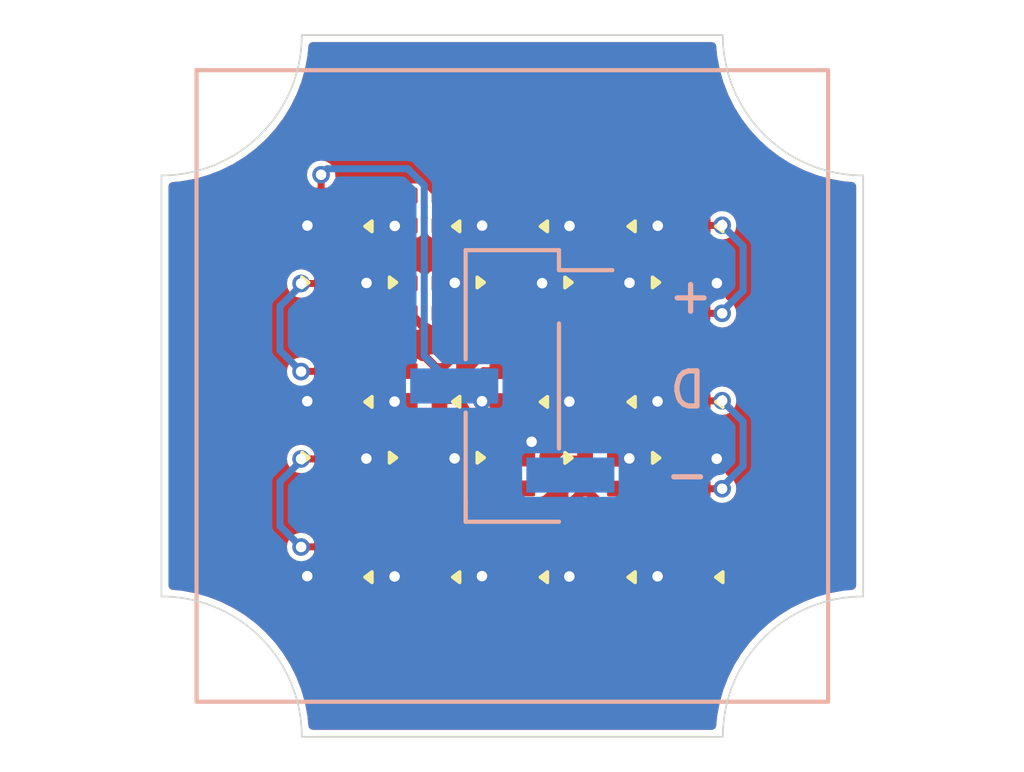
<source format=kicad_pcb>
(kicad_pcb (version 20240108) (generator "pcbnew") (generator_version "8.0")
  (layers (0 "F.Cu" signal) (1 "In1.Cu" signal) (2 "In2.Cu" signal) (31 "B.Cu" signal) (34 "B.Paste" user) (35 "F.Paste" user) (36 "B.SilkS" user "B.Silkscreen") (37 "F.SilkS" user "F.Silkscreen") (38 "B.Mask" user) (39 "F.Mask" user) (44 "Edge.Cuts" user))
  (net 0 "")
  (net 1 "GND")
  (net 2 "+5V")
  (net 3 "Net-(D1-DIN)")
  (net 4 "Net-(D1-DOUT)")
  (net 5 "Net-(D2-DOUT)")
  (net 6 "Net-(D3-DOUT)")
  (net 7 "Net-(D4-DOUT)")
  (net 8 "Net-(D5-DOUT)")
  (net 9 "Net-(D6-DOUT)")
  (net 10 "Net-(D7-DOUT)")
  (net 11 "Net-(D8-DOUT)")
  (net 12 "Net-(D10-DIN)")
  (net 13 "Net-(D10-DOUT)")
  (net 14 "Net-(D11-DOUT)")
  (net 15 "Net-(D12-DOUT)")
  (net 16 "Net-(D13-DOUT)")
  (net 17 "Net-(D14-DOUT)")
  (net 18 "Net-(D15-DOUT)")
  (net 19 "Net-(D16-DOUT)")
  (net 20 "Net-(D17-DOUT)")
  (net 21 "Net-(D18-DOUT)")
  (net 22 "Net-(D19-DOUT)")
  (net 23 "Net-(D20-DOUT)")
  (net 24 "Net-(D21-DOUT)")
  (net 25 "Net-(D22-DOUT)")
  (net 26 "Net-(D23-DOUT)")
  (net 28 "Net-(D24-DOUT)")
  (footprint "Pixels-dice:XL-1010RGBC-WS2812B" (layer "F.Cu") (at 127.5 75 180)
    (property "Reference" "D2" (hide yes))
    (property "Value" "XL-1010RGBC-WS2812B")
    (fp_poly (pts (xy -0.8 -0.45) (xy -1 -0.6) (xy -1 -0.3)) (stroke (width 0.1)) (fill solid) (layer "F.SilkS"))
    (pad "1" smd roundrect (at -0.425 -0.425 180) (size 0.45 0.45) (layers "F.Cu" "F.Paste" "F.Mask") (roundrect_rratio 0.1) (net 5 "Net-(D2-DOUT)"))
    (pad "2" smd roundrect (at 0.425 -0.425 180) (size 0.45 0.45) (layers "F.Cu" "F.Paste" "F.Mask") (roundrect_rratio 0.1) (net 2 "+5V"))
    (pad "3" smd roundrect (at -0.425 0.425 180) (size 0.45 0.45) (layers "F.Cu" "F.Paste" "F.Mask") (roundrect_rratio 0.1) (net 1 "GND"))
    (pad "4" smd roundrect (at 0.425 0.425 180) (size 0.45 0.45) (layers "F.Cu" "F.Paste" "F.Mask") (roundrect_rratio 0.1) (net 4 "Net-(D1-DOUT)"))
  )
  (footprint "Pixels-dice:XL-1010RGBC-WS2812B" (layer "F.Cu") (at 130 82.495)
    (property "Reference" "D18" (hide yes))
    (property "Value" "XL-1010RGBC-WS2812B")
    (fp_poly (pts (xy -0.8 -0.45) (xy -1 -0.6) (xy -1 -0.3)) (stroke (width 0.1)) (fill solid) (layer "F.SilkS"))
    (pad "1" smd roundrect (at -0.425 -0.425) (size 0.45 0.45) (layers "F.Cu" "F.Paste" "F.Mask") (roundrect_rratio 0.1) (net 21 "Net-(D18-DOUT)"))
    (pad "2" smd roundrect (at 0.425 -0.425) (size 0.45 0.45) (layers "F.Cu" "F.Paste" "F.Mask") (roundrect_rratio 0.1) (net 2 "+5V"))
    (pad "3" smd roundrect (at -0.425 0.425) (size 0.45 0.45) (layers "F.Cu" "F.Paste" "F.Mask") (roundrect_rratio 0.1) (net 1 "GND"))
    (pad "4" smd roundrect (at 0.425 0.425) (size 0.45 0.45) (layers "F.Cu" "F.Paste" "F.Mask") (roundrect_rratio 0.1) (net 20 "Net-(D17-DOUT)"))
  )
  (footprint "Pixels-dice:XL-1010RGBC-WS2812B" (layer "F.Cu") (at 132.5 75 180)
    (property "Reference" "D4" (hide yes))
    (property "Value" "XL-1010RGBC-WS2812B")
    (fp_poly (pts (xy -0.8 -0.45) (xy -1 -0.6) (xy -1 -0.3)) (stroke (width 0.1)) (fill solid) (layer "F.SilkS"))
    (pad "1" smd roundrect (at -0.425 -0.425 180) (size 0.45 0.45) (layers "F.Cu" "F.Paste" "F.Mask") (roundrect_rratio 0.1) (net 7 "Net-(D4-DOUT)"))
    (pad "2" smd roundrect (at 0.425 -0.425 180) (size 0.45 0.45) (layers "F.Cu" "F.Paste" "F.Mask") (roundrect_rratio 0.1) (net 2 "+5V"))
    (pad "3" smd roundrect (at -0.425 0.425 180) (size 0.45 0.45) (layers "F.Cu" "F.Paste" "F.Mask") (roundrect_rratio 0.1) (net 1 "GND"))
    (pad "4" smd roundrect (at 0.425 0.425 180) (size 0.45 0.45) (layers "F.Cu" "F.Paste" "F.Mask") (roundrect_rratio 0.1) (net 6 "Net-(D3-DOUT)"))
  )
  (footprint "Pixels-dice:XL-1010RGBC-WS2812B" (layer "F.Cu") (at 127.5 80 180)
    (property "Reference" "D12" (hide yes))
    (property "Value" "XL-1010RGBC-WS2812B")
    (fp_poly (pts (xy -0.8 -0.45) (xy -1 -0.6) (xy -1 -0.3)) (stroke (width 0.1)) (fill solid) (layer "F.SilkS"))
    (pad "1" smd roundrect (at -0.425 -0.425 180) (size 0.45 0.45) (layers "F.Cu" "F.Paste" "F.Mask") (roundrect_rratio 0.1) (net 15 "Net-(D12-DOUT)"))
    (pad "2" smd roundrect (at 0.425 -0.425 180) (size 0.45 0.45) (layers "F.Cu" "F.Paste" "F.Mask") (roundrect_rratio 0.1) (net 2 "+5V"))
    (pad "3" smd roundrect (at -0.425 0.425 180) (size 0.45 0.45) (layers "F.Cu" "F.Paste" "F.Mask") (roundrect_rratio 0.1) (net 1 "GND"))
    (pad "4" smd roundrect (at 0.425 0.425 180) (size 0.45 0.45) (layers "F.Cu" "F.Paste" "F.Mask") (roundrect_rratio 0.1) (net 14 "Net-(D11-DOUT)"))
  )
  (footprint "Pixels-dice:XL-1010RGBC-WS2812B" (layer "F.Cu") (at 130 80.005 180)
    (property "Reference" "D13" (hide yes))
    (property "Value" "XL-1010RGBC-WS2812B")
    (fp_poly (pts (xy -0.8 -0.45) (xy -1 -0.6) (xy -1 -0.3)) (stroke (width 0.1)) (fill solid) (layer "F.SilkS"))
    (pad "1" smd roundrect (at -0.425 -0.425 180) (size 0.45 0.45) (layers "F.Cu" "F.Paste" "F.Mask") (roundrect_rratio 0.1) (net 16 "Net-(D13-DOUT)"))
    (pad "2" smd roundrect (at 0.425 -0.425 180) (size 0.45 0.45) (layers "F.Cu" "F.Paste" "F.Mask") (roundrect_rratio 0.1) (net 2 "+5V"))
    (pad "3" smd roundrect (at -0.425 0.425 180) (size 0.45 0.45) (layers "F.Cu" "F.Paste" "F.Mask") (roundrect_rratio 0.1) (net 1 "GND"))
    (pad "4" smd roundrect (at 0.425 0.425 180) (size 0.45 0.45) (layers "F.Cu" "F.Paste" "F.Mask") (roundrect_rratio 0.1) (net 15 "Net-(D12-DOUT)"))
  )
  (footprint "Pixels-dice:XL-1010RGBC-WS2812B" (layer "F.Cu") (at 127.5 85 180)
    (property "Reference" "D22" (hide yes))
    (property "Value" "XL-1010RGBC-WS2812B")
    (fp_poly (pts (xy -0.8 -0.45) (xy -1 -0.6) (xy -1 -0.3)) (stroke (width 0.1)) (fill solid) (layer "F.SilkS"))
    (pad "1" smd roundrect (at -0.425 -0.425 180) (size 0.45 0.45) (layers "F.Cu" "F.Paste" "F.Mask") (roundrect_rratio 0.1) (net 25 "Net-(D22-DOUT)"))
    (pad "2" smd roundrect (at 0.425 -0.425 180) (size 0.45 0.45) (layers "F.Cu" "F.Paste" "F.Mask") (roundrect_rratio 0.1) (net 2 "+5V"))
    (pad "3" smd roundrect (at -0.425 0.425 180) (size 0.45 0.45) (layers "F.Cu" "F.Paste" "F.Mask") (roundrect_rratio 0.1) (net 1 "GND"))
    (pad "4" smd roundrect (at 0.425 0.425 180) (size 0.45 0.45) (layers "F.Cu" "F.Paste" "F.Mask") (roundrect_rratio 0.1) (net 24 "Net-(D21-DOUT)"))
  )
  (footprint "Pixels-dice:XL-1010RGBC-WS2812B" (layer "F.Cu") (at 134.995 77.5)
    (property "Reference" "D6" (hide yes))
    (property "Value" "XL-1010RGBC-WS2812B")
    (fp_poly (pts (xy -0.8 -0.45) (xy -1 -0.6) (xy -1 -0.3)) (stroke (width 0.1)) (fill solid) (layer "F.SilkS"))
    (pad "1" smd roundrect (at -0.425 -0.425) (size 0.45 0.45) (layers "F.Cu" "F.Paste" "F.Mask") (roundrect_rratio 0.1) (net 9 "Net-(D6-DOUT)"))
    (pad "2" smd roundrect (at 0.425 -0.425) (size 0.45 0.45) (layers "F.Cu" "F.Paste" "F.Mask") (roundrect_rratio 0.1) (net 2 "+5V"))
    (pad "3" smd roundrect (at -0.425 0.425) (size 0.45 0.45) (layers "F.Cu" "F.Paste" "F.Mask") (roundrect_rratio 0.1) (net 1 "GND"))
    (pad "4" smd roundrect (at 0.425 0.425) (size 0.45 0.45) (layers "F.Cu" "F.Paste" "F.Mask") (roundrect_rratio 0.1) (net 8 "Net-(D5-DOUT)"))
  )
  (footprint "Pixels-dice:XL-1010RGBC-WS2812B" (layer "F.Cu") (at 125 80.005 180)
    (property "Reference" "D11" (hide yes))
    (property "Value" "XL-1010RGBC-WS2812B")
    (fp_poly (pts (xy -0.8 -0.45) (xy -1 -0.6) (xy -1 -0.3)) (stroke (width 0.1)) (fill solid) (layer "F.SilkS"))
    (pad "1" smd roundrect (at -0.425 -0.425 180) (size 0.45 0.45) (layers "F.Cu" "F.Paste" "F.Mask") (roundrect_rratio 0.1) (net 14 "Net-(D11-DOUT)"))
    (pad "2" smd roundrect (at 0.425 -0.425 180) (size 0.45 0.45) (layers "F.Cu" "F.Paste" "F.Mask") (roundrect_rratio 0.1) (net 2 "+5V"))
    (pad "3" smd roundrect (at -0.425 0.425 180) (size 0.45 0.45) (layers "F.Cu" "F.Paste" "F.Mask") (roundrect_rratio 0.1) (net 1 "GND"))
    (pad "4" smd roundrect (at 0.425 0.425 180) (size 0.45 0.45) (layers "F.Cu" "F.Paste" "F.Mask") (roundrect_rratio 0.1) (net 13 "Net-(D10-DOUT)"))
  )
  (footprint "Pixels-dice:XL-1010RGBC-WS2812B" (layer "F.Cu") (at 125 85 180)
    (property "Reference" "D21" (hide yes))
    (property "Value" "XL-1010RGBC-WS2812B")
    (fp_poly (pts (xy -0.8 -0.45) (xy -1 -0.6) (xy -1 -0.3)) (stroke (width 0.1)) (fill solid) (layer "F.SilkS"))
    (pad "1" smd roundrect (at -0.425 -0.425 180) (size 0.45 0.45) (layers "F.Cu" "F.Paste" "F.Mask") (roundrect_rratio 0.1) (net 24 "Net-(D21-DOUT)"))
    (pad "2" smd roundrect (at 0.425 -0.425 180) (size 0.45 0.45) (layers "F.Cu" "F.Paste" "F.Mask") (roundrect_rratio 0.1) (net 2 "+5V"))
    (pad "3" smd roundrect (at -0.425 0.425 180) (size 0.45 0.45) (layers "F.Cu" "F.Paste" "F.Mask") (roundrect_rratio 0.1) (net 1 "GND"))
    (pad "4" smd roundrect (at 0.425 0.425 180) (size 0.45 0.45) (layers "F.Cu" "F.Paste" "F.Mask") (roundrect_rratio 0.1) (net 23 "Net-(D20-DOUT)"))
  )
  (footprint "Pixels-dice:XL-1010RGBC-WS2812B" (layer "F.Cu") (at 132.5 80.005 180)
    (property "Reference" "D14" (hide yes))
    (property "Value" "XL-1010RGBC-WS2812B")
    (fp_poly (pts (xy -0.8 -0.45) (xy -1 -0.6) (xy -1 -0.3)) (stroke (width 0.1)) (fill solid) (layer "F.SilkS"))
    (pad "1" smd roundrect (at -0.425 -0.425 180) (size 0.45 0.45) (layers "F.Cu" "F.Paste" "F.Mask") (roundrect_rratio 0.1) (net 17 "Net-(D14-DOUT)"))
    (pad "2" smd roundrect (at 0.425 -0.425 180) (size 0.45 0.45) (layers "F.Cu" "F.Paste" "F.Mask") (roundrect_rratio 0.1) (net 2 "+5V"))
    (pad "3" smd roundrect (at -0.425 0.425 180) (size 0.45 0.45) (layers "F.Cu" "F.Paste" "F.Mask") (roundrect_rratio 0.1) (net 1 "GND"))
    (pad "4" smd roundrect (at 0.425 0.425 180) (size 0.45 0.45) (layers "F.Cu" "F.Paste" "F.Mask") (roundrect_rratio 0.1) (net 16 "Net-(D13-DOUT)"))
  )
  (footprint "Pixels-dice:XL-1010RGBC-WS2812B" (layer "F.Cu") (at 132.5 77.5)
    (property "Reference" "D7" (hide yes))
    (property "Value" "XL-1010RGBC-WS2812B")
    (fp_poly (pts (xy -0.8 -0.45) (xy -1 -0.6) (xy -1 -0.3)) (stroke (width 0.1)) (fill solid) (layer "F.SilkS"))
    (pad "1" smd roundrect (at -0.425 -0.425) (size 0.45 0.45) (layers "F.Cu" "F.Paste" "F.Mask") (roundrect_rratio 0.1) (net 10 "Net-(D7-DOUT)"))
    (pad "2" smd roundrect (at 0.425 -0.425) (size 0.45 0.45) (layers "F.Cu" "F.Paste" "F.Mask") (roundrect_rratio 0.1) (net 2 "+5V"))
    (pad "3" smd roundrect (at -0.425 0.425) (size 0.45 0.45) (layers "F.Cu" "F.Paste" "F.Mask") (roundrect_rratio 0.1) (net 1 "GND"))
    (pad "4" smd roundrect (at 0.425 0.425) (size 0.45 0.45) (layers "F.Cu" "F.Paste" "F.Mask") (roundrect_rratio 0.1) (net 9 "Net-(D6-DOUT)"))
  )
  (footprint "Pixels-dice:XL-1010RGBC-WS2812B" (layer "F.Cu") (at 132.5 82.5)
    (property "Reference" "D17" (hide yes))
    (property "Value" "XL-1010RGBC-WS2812B")
    (fp_poly (pts (xy -0.8 -0.45) (xy -1 -0.6) (xy -1 -0.3)) (stroke (width 0.1)) (fill solid) (layer "F.SilkS"))
    (pad "1" smd roundrect (at -0.425 -0.425) (size 0.45 0.45) (layers "F.Cu" "F.Paste" "F.Mask") (roundrect_rratio 0.1) (net 20 "Net-(D17-DOUT)"))
    (pad "2" smd roundrect (at 0.425 -0.425) (size 0.45 0.45) (layers "F.Cu" "F.Paste" "F.Mask") (roundrect_rratio 0.1) (net 2 "+5V"))
    (pad "3" smd roundrect (at -0.425 0.425) (size 0.45 0.45) (layers "F.Cu" "F.Paste" "F.Mask") (roundrect_rratio 0.1) (net 1 "GND"))
    (pad "4" smd roundrect (at 0.425 0.425) (size 0.45 0.45) (layers "F.Cu" "F.Paste" "F.Mask") (roundrect_rratio 0.1) (net 19 "Net-(D16-DOUT)"))
  )
  (footprint "Pixels-dice:XL-1010RGBC-WS2812B" (layer "F.Cu") (at 125.005 82.495)
    (property "Reference" "D20" (hide yes))
    (property "Value" "XL-1010RGBC-WS2812B")
    (fp_poly (pts (xy -0.8 -0.45) (xy -1 -0.6) (xy -1 -0.3)) (stroke (width 0.1)) (fill solid) (layer "F.SilkS"))
    (pad "1" smd roundrect (at -0.425 -0.425) (size 0.45 0.45) (layers "F.Cu" "F.Paste" "F.Mask") (roundrect_rratio 0.1) (net 23 "Net-(D20-DOUT)"))
    (pad "2" smd roundrect (at 0.425 -0.425) (size 0.45 0.45) (layers "F.Cu" "F.Paste" "F.Mask") (roundrect_rratio 0.1) (net 2 "+5V"))
    (pad "3" smd roundrect (at -0.425 0.425) (size 0.45 0.45) (layers "F.Cu" "F.Paste" "F.Mask") (roundrect_rratio 0.1) (net 1 "GND"))
    (pad "4" smd roundrect (at 0.425 0.425) (size 0.45 0.45) (layers "F.Cu" "F.Paste" "F.Mask") (roundrect_rratio 0.1) (net 22 "Net-(D19-DOUT)"))
  )
  (footprint "Pixels-dice:XL-1010RGBC-WS2812B" (layer "F.Cu") (at 125 75 180)
    (property "Reference" "D1" (hide yes))
    (property "Value" "XL-1010RGBC-WS2812B")
    (fp_poly (pts (xy -0.8 -0.45) (xy -1 -0.6) (xy -1 -0.3)) (stroke (width 0.1)) (fill solid) (layer "F.SilkS"))
    (pad "1" smd roundrect (at -0.425 -0.425 180) (size 0.45 0.45) (layers "F.Cu" "F.Paste" "F.Mask") (roundrect_rratio 0.1) (net 4 "Net-(D1-DOUT)"))
    (pad "2" smd roundrect (at 0.425 -0.425 180) (size 0.45 0.45) (layers "F.Cu" "F.Paste" "F.Mask") (roundrect_rratio 0.1) (net 2 "+5V"))
    (pad "3" smd roundrect (at -0.425 0.425 180) (size 0.45 0.45) (layers "F.Cu" "F.Paste" "F.Mask") (roundrect_rratio 0.1) (net 1 "GND"))
    (pad "4" smd roundrect (at 0.425 0.425 180) (size 0.45 0.45) (layers "F.Cu" "F.Paste" "F.Mask") (roundrect_rratio 0.1) (net 3 "Net-(D1-DIN)"))
  )
  (footprint "Pixels-dice:XL-1010RGBC-WS2812B" (layer "F.Cu") (at 130 75 180)
    (property "Reference" "D3" (hide yes))
    (property "Value" "XL-1010RGBC-WS2812B")
    (fp_poly (pts (xy -0.8 -0.45) (xy -1 -0.6) (xy -1 -0.3)) (stroke (width 0.1)) (fill solid) (layer "F.SilkS"))
    (pad "1" smd roundrect (at -0.425 -0.425 180) (size 0.45 0.45) (layers "F.Cu" "F.Paste" "F.Mask") (roundrect_rratio 0.1) (net 6 "Net-(D3-DOUT)"))
    (pad "2" smd roundrect (at 0.425 -0.425 180) (size 0.45 0.45) (layers "F.Cu" "F.Paste" "F.Mask") (roundrect_rratio 0.1) (net 2 "+5V"))
    (pad "3" smd roundrect (at -0.425 0.425 180) (size 0.45 0.45) (layers "F.Cu" "F.Paste" "F.Mask") (roundrect_rratio 0.1) (net 1 "GND"))
    (pad "4" smd roundrect (at 0.425 0.425 180) (size 0.45 0.45) (layers "F.Cu" "F.Paste" "F.Mask") (roundrect_rratio 0.1) (net 5 "Net-(D2-DOUT)"))
  )
  (footprint "Pixels-dice:XL-1010RGBC-WS2812B" (layer "F.Cu") (at 127.5 82.495)
    (property "Reference" "D19" (hide yes))
    (property "Value" "XL-1010RGBC-WS2812B")
    (fp_poly (pts (xy -0.8 -0.45) (xy -1 -0.6) (xy -1 -0.3)) (stroke (width 0.1)) (fill solid) (layer "F.SilkS"))
    (pad "1" smd roundrect (at -0.425 -0.425) (size 0.45 0.45) (layers "F.Cu" "F.Paste" "F.Mask") (roundrect_rratio 0.1) (net 22 "Net-(D19-DOUT)"))
    (pad "2" smd roundrect (at 0.425 -0.425) (size 0.45 0.45) (layers "F.Cu" "F.Paste" "F.Mask") (roundrect_rratio 0.1) (net 2 "+5V"))
    (pad "3" smd roundrect (at -0.425 0.425) (size 0.45 0.45) (layers "F.Cu" "F.Paste" "F.Mask") (roundrect_rratio 0.1) (net 1 "GND"))
    (pad "4" smd roundrect (at 0.425 0.425) (size 0.45 0.45) (layers "F.Cu" "F.Paste" "F.Mask") (roundrect_rratio 0.1) (net 21 "Net-(D18-DOUT)"))
  )
  (footprint "Pixels-dice:XL-1010RGBC-WS2812B" (layer "F.Cu") (at 132.5 85 180)
    (property "Reference" "D24" (hide yes))
    (property "Value" "XL-1010RGBC-WS2812B")
    (fp_poly (pts (xy -0.8 -0.45) (xy -1 -0.6) (xy -1 -0.3)) (stroke (width 0.1)) (fill solid) (layer "F.SilkS"))
    (pad "1" smd roundrect (at -0.425 -0.425 180) (size 0.45 0.45) (layers "F.Cu" "F.Paste" "F.Mask") (roundrect_rratio 0.1) (net 28 "Net-(D24-DOUT)"))
    (pad "2" smd roundrect (at 0.425 -0.425 180) (size 0.45 0.45) (layers "F.Cu" "F.Paste" "F.Mask") (roundrect_rratio 0.1) (net 2 "+5V"))
    (pad "3" smd roundrect (at -0.425 0.425 180) (size 0.45 0.45) (layers "F.Cu" "F.Paste" "F.Mask") (roundrect_rratio 0.1) (net 1 "GND"))
    (pad "4" smd roundrect (at 0.425 0.425 180) (size 0.45 0.45) (layers "F.Cu" "F.Paste" "F.Mask") (roundrect_rratio 0.1) (net 26 "Net-(D23-DOUT)"))
  )
  (footprint "Pixels-dice:XL-1010RGBC-WS2812B" (layer "F.Cu") (at 135 80.005 180)
    (property "Reference" "D15" (hide yes))
    (property "Value" "XL-1010RGBC-WS2812B")
    (fp_poly (pts (xy -0.8 -0.45) (xy -1 -0.6) (xy -1 -0.3)) (stroke (width 0.1)) (fill solid) (layer "F.SilkS"))
    (pad "1" smd roundrect (at -0.425 -0.425 180) (size 0.45 0.45) (layers "F.Cu" "F.Paste" "F.Mask") (roundrect_rratio 0.1) (net 18 "Net-(D15-DOUT)"))
    (pad "2" smd roundrect (at 0.425 -0.425 180) (size 0.45 0.45) (layers "F.Cu" "F.Paste" "F.Mask") (roundrect_rratio 0.1) (net 2 "+5V"))
    (pad "3" smd roundrect (at -0.425 0.425 180) (size 0.45 0.45) (layers "F.Cu" "F.Paste" "F.Mask") (roundrect_rratio 0.1) (net 1 "GND"))
    (pad "4" smd roundrect (at 0.425 0.425 180) (size 0.45 0.45) (layers "F.Cu" "F.Paste" "F.Mask") (roundrect_rratio 0.1) (net 17 "Net-(D14-DOUT)"))
  )
  (footprint "Pixels-dice:XL-1010RGBC-WS2812B" (layer "F.Cu") (at 135 75 180)
    (property "Reference" "D5" (hide yes))
    (property "Value" "XL-1010RGBC-WS2812B")
    (fp_poly (pts (xy -0.8 -0.45) (xy -1 -0.6) (xy -1 -0.3)) (stroke (width 0.1)) (fill solid) (layer "F.SilkS"))
    (pad "1" smd roundrect (at -0.425 -0.425 180) (size 0.45 0.45) (layers "F.Cu" "F.Paste" "F.Mask") (roundrect_rratio 0.1) (net 8 "Net-(D5-DOUT)"))
    (pad "2" smd roundrect (at 0.425 -0.425 180) (size 0.45 0.45) (layers "F.Cu" "F.Paste" "F.Mask") (roundrect_rratio 0.1) (net 2 "+5V"))
    (pad "3" smd roundrect (at -0.425 0.425 180) (size 0.45 0.45) (layers "F.Cu" "F.Paste" "F.Mask") (roundrect_rratio 0.1) (net 1 "GND"))
    (pad "4" smd roundrect (at 0.425 0.425 180) (size 0.45 0.45) (layers "F.Cu" "F.Paste" "F.Mask") (roundrect_rratio 0.1) (net 7 "Net-(D4-DOUT)"))
  )
  (footprint "Pixels-dice:XL-1010RGBC-WS2812B" (layer "F.Cu") (at 127.5 77.5)
    (property "Reference" "D9" (hide yes))
    (property "Value" "XL-1010RGBC-WS2812B")
    (fp_poly (pts (xy -0.8 -0.45) (xy -1 -0.6) (xy -1 -0.3)) (stroke (width 0.1)) (fill solid) (layer "F.SilkS"))
    (pad "1" smd roundrect (at -0.425 -0.425) (size 0.45 0.45) (layers "F.Cu" "F.Paste" "F.Mask") (roundrect_rratio 0.1) (net 12 "Net-(D10-DIN)"))
    (pad "2" smd roundrect (at 0.425 -0.425) (size 0.45 0.45) (layers "F.Cu" "F.Paste" "F.Mask") (roundrect_rratio 0.1) (net 2 "+5V"))
    (pad "3" smd roundrect (at -0.425 0.425) (size 0.45 0.45) (layers "F.Cu" "F.Paste" "F.Mask") (roundrect_rratio 0.1) (net 1 "GND"))
    (pad "4" smd roundrect (at 0.425 0.425) (size 0.45 0.45) (layers "F.Cu" "F.Paste" "F.Mask") (roundrect_rratio 0.1) (net 11 "Net-(D8-DOUT)"))
  )
  (footprint "Pixels-dice:XL-1010RGBC-WS2812B" (layer "F.Cu") (at 130 85 180)
    (property "Reference" "D23" (hide yes))
    (property "Value" "XL-1010RGBC-WS2812B")
    (fp_poly (pts (xy -0.8 -0.45) (xy -1 -0.6) (xy -1 -0.3)) (stroke (width 0.1)) (fill solid) (layer "F.SilkS"))
    (pad "1" smd roundrect (at -0.425 -0.425 180) (size 0.45 0.45) (layers "F.Cu" "F.Paste" "F.Mask") (roundrect_rratio 0.1) (net 26 "Net-(D23-DOUT)"))
    (pad "2" smd roundrect (at 0.425 -0.425 180) (size 0.45 0.45) (layers "F.Cu" "F.Paste" "F.Mask") (roundrect_rratio 0.1) (net 2 "+5V"))
    (pad "3" smd roundrect (at -0.425 0.425 180) (size 0.45 0.45) (layers "F.Cu" "F.Paste" "F.Mask") (roundrect_rratio 0.1) (net 1 "GND"))
    (pad "4" smd roundrect (at 0.425 0.425 180) (size 0.45 0.45) (layers "F.Cu" "F.Paste" "F.Mask") (roundrect_rratio 0.1) (net 25 "Net-(D22-DOUT)"))
  )
  (footprint "Pixels-dice:XL-1010RGBC-WS2812B" (layer "F.Cu") (at 135 82.5)
    (property "Reference" "D16" (hide yes))
    (property "Value" "XL-1010RGBC-WS2812B")
    (fp_poly (pts (xy -0.8 -0.45) (xy -1 -0.6) (xy -1 -0.3)) (stroke (width 0.1)) (fill solid) (layer "F.SilkS"))
    (pad "1" smd roundrect (at -0.425 -0.425) (size 0.45 0.45) (layers "F.Cu" "F.Paste" "F.Mask") (roundrect_rratio 0.1) (net 19 "Net-(D16-DOUT)"))
    (pad "2" smd roundrect (at 0.425 -0.425) (size 0.45 0.45) (layers "F.Cu" "F.Paste" "F.Mask") (roundrect_rratio 0.1) (net 2 "+5V"))
    (pad "3" smd roundrect (at -0.425 0.425) (size 0.45 0.45) (layers "F.Cu" "F.Paste" "F.Mask") (roundrect_rratio 0.1) (net 1 "GND"))
    (pad "4" smd roundrect (at 0.425 0.425) (size 0.45 0.45) (layers "F.Cu" "F.Paste" "F.Mask") (roundrect_rratio 0.1) (net 18 "Net-(D15-DOUT)"))
  )
  (footprint "Pixels-dice:XL-1010RGBC-WS2812B" (layer "F.Cu") (at 135 85 180)
    (property "Reference" "D25" (hide yes))
    (property "Value" "XL-1010RGBC-WS2812B")
    (fp_poly (pts (xy -0.8 -0.45) (xy -1 -0.6) (xy -1 -0.3)) (stroke (width 0.1)) (fill solid) (layer "F.SilkS"))
    (pad "1" smd roundrect (at -0.425 -0.425 180) (size 0.45 0.45) (layers "F.Cu" "F.Paste" "F.Mask") (roundrect_rratio 0.1))
    (pad "2" smd roundrect (at 0.425 -0.425 180) (size 0.45 0.45) (layers "F.Cu" "F.Paste" "F.Mask") (roundrect_rratio 0.1) (net 2 "+5V"))
    (pad "3" smd roundrect (at -0.425 0.425 180) (size 0.45 0.45) (layers "F.Cu" "F.Paste" "F.Mask") (roundrect_rratio 0.1) (net 1 "GND"))
    (pad "4" smd roundrect (at 0.425 0.425 180) (size 0.45 0.45) (layers "F.Cu" "F.Paste" "F.Mask") (roundrect_rratio 0.1) (net 28 "Net-(D24-DOUT)"))
  )
  (footprint "Pixels-dice:XL-1010RGBC-WS2812B" (layer "F.Cu") (at 125 77.5)
    (property "Reference" "D10" (hide yes))
    (property "Value" "XL-1010RGBC-WS2812B")
    (fp_poly (pts (xy -0.8 -0.45) (xy -1 -0.6) (xy -1 -0.3)) (stroke (width 0.1)) (fill solid) (layer "F.SilkS"))
    (pad "1" smd roundrect (at -0.425 -0.425) (size 0.45 0.45) (layers "F.Cu" "F.Paste" "F.Mask") (roundrect_rratio 0.1) (net 13 "Net-(D10-DOUT)"))
    (pad "2" smd roundrect (at 0.425 -0.425) (size 0.45 0.45) (layers "F.Cu" "F.Paste" "F.Mask") (roundrect_rratio 0.1) (net 2 "+5V"))
    (pad "3" smd roundrect (at -0.425 0.425) (size 0.45 0.45) (layers "F.Cu" "F.Paste" "F.Mask") (roundrect_rratio 0.1) (net 1 "GND"))
    (pad "4" smd roundrect (at 0.425 0.425) (size 0.45 0.45) (layers "F.Cu" "F.Paste" "F.Mask") (roundrect_rratio 0.1) (net 12 "Net-(D10-DIN)"))
  )
  (footprint "Pixels-dice:XL-1010RGBC-WS2812B" (layer "F.Cu") (at 130 77.5)
    (property "Reference" "D8" (hide yes))
    (property "Value" "XL-1010RGBC-WS2812B")
    (fp_poly (pts (xy -0.8 -0.45) (xy -1 -0.6) (xy -1 -0.3)) (stroke (width 0.1)) (fill solid) (layer "F.SilkS"))
    (pad "1" smd roundrect (at -0.425 -0.425) (size 0.45 0.45) (layers "F.Cu" "F.Paste" "F.Mask") (roundrect_rratio 0.1) (net 11 "Net-(D8-DOUT)"))
    (pad "2" smd roundrect (at 0.425 -0.425) (size 0.45 0.45) (layers "F.Cu" "F.Paste" "F.Mask") (roundrect_rratio 0.1) (net 2 "+5V"))
    (pad "3" smd roundrect (at -0.425 0.425) (size 0.45 0.45) (layers "F.Cu" "F.Paste" "F.Mask") (roundrect_rratio 0.1) (net 1 "GND"))
    (pad "4" smd roundrect (at 0.425 0.425) (size 0.45 0.45) (layers "F.Cu" "F.Paste" "F.Mask") (roundrect_rratio 0.1) (net 10 "Net-(D7-DOUT)"))
  )
  (footprint "Connector_PinHeader_2.54mm:PinHeader_1x03_P2.54mm_Vertical_SMD_Pin1Left" (layer "B.Cu") (at 130 80 180)
    (property "Reference" "J1" (hide yes))
    (property "Value" "HX PZ2.54-1x3P TP-YQ")
    (fp_line (start 1.33 3.87) (end -1.33 3.87) (stroke (width 0.12)) (layer "B.SilkS"))
    (fp_line (start 1.33 0.76) (end 1.33 3.87) (stroke (width 0.12)) (layer "B.SilkS"))
    (fp_line (start 1.33 -3.87) (end 1.33 -0.76) (stroke (width 0.12)) (layer "B.SilkS"))
    (fp_line (start 1.33 -3.87) (end 1.33 -3.3) (stroke (width 0.12)) (layer "B.SilkS"))
    (fp_line (start 1.33 -3.87) (end -1.33 -3.87) (stroke (width 0.12)) (layer "B.SilkS"))
    (fp_line (start -1.33 3.3) (end -1.33 3.87) (stroke (width 0.12)) (layer "B.SilkS"))
    (fp_line (start -1.33 -1.78) (end -1.33 1.78) (stroke (width 0.12)) (layer "B.SilkS"))
    (fp_line (start -2.85 3.3) (end -1.33 3.3) (stroke (width 0.12)) (layer "B.SilkS"))
    (pad "1" smd rect (at -1.655 2.54 180) (size 2.51 1) (layers "B.Cu" "B.Paste" "B.Mask") (net 2 "+5V"))
    (pad "2" smd rect (at 1.655 0 180) (size 2.51 1) (layers "B.Cu" "B.Paste" "B.Mask") (net 3 "Net-(D1-DIN)"))
    (pad "3" smd rect (at -1.655 -2.54 180) (size 2.51 1) (layers "B.Cu" "B.Paste" "B.Mask") (net 1 "GND"))
  )
  (gr_rect (start 121 71) (end 139 89) (stroke (width 0.12)) (fill none) (layer "B.SilkS"))
  (gr_line (start 140 74) (end 140 86) (stroke (width 0.05)) (layer "Edge.Cuts"))
  (gr_arc (start 140 74) (mid 137.171573 72.828427) (end 136 70) (stroke (width 0.05)) (layer "Edge.Cuts"))
  (gr_arc (start 136 90) (mid 137.171573 87.171573) (end 140 86) (stroke (width 0.05)) (layer "Edge.Cuts"))
  (gr_line (start 136 90) (end 124 90) (stroke (width 0.05)) (layer "Edge.Cuts"))
  (gr_line (start 120 86) (end 120 74) (stroke (width 0.05)) (layer "Edge.Cuts"))
  (gr_arc (start 120 86) (mid 122.828427 87.171573) (end 124 90) (stroke (width 0.05)) (layer "Edge.Cuts"))
  (gr_arc (start 124 70) (mid 122.828427 72.828427) (end 120 74) (stroke (width 0.05)) (layer "Edge.Cuts"))
  (gr_line (start 124 70) (end 136 70) (stroke (width 0.05)) (layer "Edge.Cuts"))
  (gr_text "+" (at 135.8 78 -0) (layer "B.SilkS") (effects (font (size 1 1)) (justify left bottom mirror)))
  (gr_text "-" (at 135.7 83.1 -0) (layer "B.SilkS") (effects (font (size 1 1)) (justify left bottom mirror)))
  (gr_text "D" (at 135.6 80.7 -0) (layer "B.SilkS") (effects (font (size 1 1)) (justify left bottom mirror)))
  (segment (start 130.845 77.075) (end 130.85 77.07) (width 0.25) (layer "F.Cu") (net 2))
  (segment (start 133.325 77.075) (end 133.34 77.06) (width 0.25) (layer "F.Cu") (net 2))
  (segment (start 135.82 82.08) (end 135.825 82.075) (width 0.25) (layer "F.Cu") (net 2))
  (segment (start 127.07 85.415) (end 126.66 85.415) (width 0.25) (layer "F.Cu") (net 2))
  (segment (start 129.55 80.43) (end 129.14 80.43) (width 0.25) (layer "F.Cu") (net 2))
  (segment (start 126.66 85.415) (end 126.645 85.43) (width 0.25) (layer "F.Cu") (net 2))
  (segment (start 127.075 75.425) (end 126.665 75.425) (width 0.25) (layer "F.Cu") (net 2))
  (segment (start 135.415 77.075) (end 135.825 77.075) (width 0.25) (layer "F.Cu") (net 2))
  (segment (start 129.55 85.415) (end 129.14 85.415) (width 0.25) (layer "F.Cu") (net 2))
  (segment (start 134.56 75.43) (end 134.15 75.43) (width 0.25) (layer "F.Cu") (net 2))
  (segment (start 130.435 77.075) (end 130.845 77.075) (width 0.25) (layer "F.Cu") (net 2))
  (segment (start 126.66 80.43) (end 126.645 80.445) (width 0.25) (layer "F.Cu") (net 2))
  (segment (start 131.64 85.415) (end 131.625 85.43) (width 0.25) (layer "F.Cu") (net 2))
  (segment (start 125.425 82.075) (end 125.835 82.075) (width 0.25) (layer "F.Cu") (net 2))
  (segment (start 129.555 75.425) (end 129.145 75.425) (width 0.25) (layer "F.Cu") (net 2))
  (segment (start 128.34 82.08) (end 128.355 82.065) (width 0.25) (layer "F.Cu") (net 2))
  (segment (start 129.145 75.425) (end 129.14 75.43) (width 0.25) (layer "F.Cu") (net 2))
  (segment (start 134.145 85.42) (end 134.14 85.425) (width 0.25) (layer "F.Cu") (net 2))
  (segment (start 125.835 82.075) (end 125.84 82.07) (width 0.25) (layer "F.Cu") (net 2))
  (segment (start 132.05 85.415) (end 131.64 85.415) (width 0.25) (layer "F.Cu") (net 2))
  (segment (start 131.64 80.43) (end 131.625 80.445) (width 0.25) (layer "F.Cu") (net 2))
  (segment (start 130.425 82.07) (end 130.425 81.715) (width 0.25) (layer "F.Cu") (net 2))
  (segment (start 124.165 75.425) (end 124.16 75.43) (width 0.25) (layer "F.Cu") (net 2))
  (segment (start 132.055 75.425) (end 131.645 75.425) (width 0.25) (layer "F.Cu") (net 2))
  (segment (start 124.57 80.43) (end 124.16 80.43) (width 0.25) (layer "F.Cu") (net 2))
  (segment (start 124.16 85.415) (end 124.155 85.42) (width 0.25) (layer "F.Cu") (net 2))
  (segment (start 126.665 75.425) (end 126.65 75.44) (width 0.25) (layer "F.Cu") (net 2))
  (segment (start 134.15 75.43) (end 134.145 75.435) (width 0.25) (layer "F.Cu") (net 2))
  (segment (start 132.915 77.075) (end 133.325 77.075) (width 0.25) (layer "F.Cu") (net 2))
  (segment (start 129.14 85.415) (end 129.135 85.42) (width 0.25) (layer "F.Cu") (net 2))
  (segment (start 124.575 75.425) (end 124.165 75.425) (width 0.25) (layer "F.Cu") (net 2))
  (segment (start 134.555 85.42) (end 134.145 85.42) (width 0.25) (layer "F.Cu") (net 2))
  (segment (start 135.825 77.075) (end 135.83 77.07) (width 0.25) (layer "F.Cu") (net 2))
  (segment (start 125.43 77.07) (end 125.84 77.07) (width 0.25) (layer "F.Cu") (net 2))
  (segment (start 127.935 77.075) (end 128.345 77.075) (width 0.25) (layer "F.Cu") (net 2))
  (segment (start 131.645 75.425) (end 131.63 75.44) (width 0.25) (layer "F.Cu") (net 2))
  (segment (start 124.16 80.43) (end 124.155 80.435) (width 0.25) (layer "F.Cu") (net 2))
  (segment (start 124.57 85.415) (end 124.16 85.415) (width 0.25) (layer "F.Cu") (net 2))
  (segment (start 130.425 81.715) (end 130.55 81.59) (width 0.25) (layer "F.Cu") (net 2))
  (segment (start 132.91 82.08) (end 133.32 82.08) (width 0.25) (layer "F.Cu") (net 2))
  (segment (start 129.14 80.43) (end 129.135 80.435) (width 0.25) (layer "F.Cu") (net 2))
  (segment (start 134.555 80.435) (end 134.145 80.435) (width 0.25) (layer "F.Cu") (net 2))
  (segment (start 127.07 80.43) (end 126.66 80.43) (width 0.25) (layer "F.Cu") (net 2))
  (segment (start 132.05 80.43) (end 131.64 80.43) (width 0.25) (layer "F.Cu") (net 2))
  (segment (start 134.145 80.435) (end 134.14 80.44) (width 0.25) (layer "F.Cu") (net 2))
  (segment (start 133.32 82.08) (end 133.335 82.065) (width 0.25) (layer "F.Cu") (net 2))
  (segment (start 127.93 82.08) (end 128.34 82.08) (width 0.25) (layer "F.Cu") (net 2))
  (segment (start 128.345 77.075) (end 128.36 77.06) (width 0.25) (layer "F.Cu") (net 2))
  (segment (start 125.84 77.07) (end 125.845 77.065) (width 0.25) (layer "F.Cu") (net 2))
  (segment (start 135.41 82.08) (end 135.82 82.08) (width 0.25) (layer "F.Cu") (net 2))
  (via (at 124.16 75.43) (size 0.5) (drill 0.3) (layers "F.Cu" "B.Cu") (net 2))
  (via (at 126.65 75.44) (size 0.5) (drill 0.3) (layers "F.Cu" "B.Cu") (net 2))
  (via (at 135.825 82.075) (size 0.5) (drill 0.3) (layers "F.Cu" "B.Cu") (net 2))
  (via (at 131.625 85.43) (size 0.5) (drill 0.3) (layers "F.Cu" "B.Cu") (net 2))
  (via (at 134.145 75.435) (size 0.5) (drill 0.3) (layers "F.Cu" "B.Cu") (net 2))
  (via (at 134.14 85.425) (size 0.5) (drill 0.3) (layers "F.Cu" "B.Cu") (net 2))
  (via (at 129.14 75.43) (size 0.5) (drill 0.3) (layers "F.Cu" "B.Cu") (net 2))
  (via (at 133.335 82.065) (size 0.5) (drill 0.3) (layers "F.Cu" "B.Cu") (net 2))
  (via (at 125.845 77.065) (size 0.5) (drill 0.3) (layers "F.Cu" "B.Cu") (net 2))
  (via (at 131.625 80.445) (size 0.5) (drill 0.3) (layers "F.Cu" "B.Cu") (net 2))
  (via (at 130.55 81.59) (size 0.5) (drill 0.3) (layers "F.Cu" "B.Cu") (net 2))
  (via (at 130.85 77.07) (size 0.5) (drill 0.3) (layers "F.Cu" "B.Cu") (net 2))
  (via (at 125.84 82.07) (size 0.5) (drill 0.3) (layers "F.Cu" "B.Cu") (net 2))
  (via (at 129.135 85.42) (size 0.5) (drill 0.3) (layers "F.Cu" "B.Cu") (net 2))
  (via (at 128.36 77.06) (size 0.5) (drill 0.3) (layers "F.Cu" "B.Cu") (net 2))
  (via (at 135.83 77.07) (size 0.5) (drill 0.3) (layers "F.Cu" "B.Cu") (net 2))
  (via (at 126.645 85.43) (size 0.5) (drill 0.3) (layers "F.Cu" "B.Cu") (net 2))
  (via (at 126.645 80.445) (size 0.5) (drill 0.3) (layers "F.Cu" "B.Cu") (net 2))
  (via (at 128.355 82.065) (size 0.5) (drill 0.3) (layers "F.Cu" "B.Cu") (net 2))
  (via (at 129.135 80.435) (size 0.5) (drill 0.3) (layers "F.Cu" "B.Cu") (net 2))
  (via (at 124.155 85.42) (size 0.5) (drill 0.3) (layers "F.Cu" "B.Cu") (net 2))
  (via (at 124.155 80.435) (size 0.5) (drill 0.3) (layers "F.Cu" "B.Cu") (net 2))
  (via (at 134.14 80.44) (size 0.5) (drill 0.3) (layers "F.Cu" "B.Cu") (net 2))
  (via (at 133.34 77.06) (size 0.5) (drill 0.3) (layers "F.Cu" "B.Cu") (net 2))
  (via (at 131.63 75.44) (size 0.5) (drill 0.3) (layers "F.Cu" "B.Cu") (net 2))
  (segment (start 124.55 74.55) (end 124.575 74.575) (width 0.2) (layer "F.Cu") (net 3))
  (segment (start 124.55 73.98) (end 124.55 74.55) (width 0.2) (layer "F.Cu") (net 3))
  (via (at 124.55 73.98) (size 0.5) (drill 0.3) (layers "F.Cu" "B.Cu") (net 3))
  (segment (start 128.345 80) (end 127.49 79.145) (width 0.2) (layer "B.Cu") (net 3))
  (segment (start 127.49 75.21) (end 127.49 74.28) (width 0.2) (layer "B.Cu") (net 3))
  (segment (start 127.02 73.81) (end 124.72 73.81) (width 0.2) (layer "B.Cu") (net 3))
  (segment (start 124.72 73.81) (end 124.55 73.98) (width 0.2) (layer "B.Cu") (net 3))
  (segment (start 127.49 74.28) (end 127.02 73.81) (width 0.2) (layer "B.Cu") (net 3))
  (segment (start 127.49 79.145) (end 127.49 75.21) (width 0.2) (layer "B.Cu") (net 3))
  (segment (start 126.655 74.575) (end 127.075 74.575) (width 0.2) (layer "F.Cu") (net 4))
  (segment (start 125.805 75.425) (end 126.655 74.575) (width 0.2) (layer "F.Cu") (net 4))
  (segment (start 125.425 75.425) (end 125.805 75.425) (width 0.2) (layer "F.Cu") (net 4))
  (segment (start 128.325 75.425) (end 129.175 74.575) (width 0.2) (layer "F.Cu") (net 5))
  (segment (start 127.945 75.425) (end 128.325 75.425) (width 0.2) (layer "F.Cu") (net 5))
  (segment (start 129.175 74.575) (end 129.595 74.575) (width 0.2) (layer "F.Cu") (net 5))
  (segment (start 131.645 74.585) (end 132.065 74.585) (width 0.2) (layer "F.Cu") (net 6))
  (segment (start 130.415 75.435) (end 130.795 75.435) (width 0.2) (layer "F.Cu") (net 6))
  (segment (start 130.795 75.435) (end 131.645 74.585) (width 0.2) (layer "F.Cu") (net 6))
  (segment (start 133.315 75.435) (end 134.165 74.585) (width 0.2) (layer "F.Cu") (net 7))
  (segment (start 134.165 74.585) (end 134.585 74.585) (width 0.2) (layer "F.Cu") (net 7))
  (segment (start 132.935 75.435) (end 133.315 75.435) (width 0.2) (layer "F.Cu") (net 7))
  (segment (start 135.425 77.93) (end 135.42 77.925) (width 0.2) (layer "F.Cu") (net 8))
  (segment (start 135.425 75.425) (end 135.975 75.425) (width 0.2) (layer "F.Cu") (net 8))
  (segment (start 135.98 77.93) (end 135.425 77.93) (width 0.2) (layer "F.Cu") (net 8))
  (segment (start 135.975 75.425) (end 135.98 75.42) (width 0.2) (layer "F.Cu") (net 8))
  (via (at 135.98 77.93) (size 0.5) (drill 0.3) (layers "F.Cu" "B.Cu") (net 8))
  (via (at 135.98 75.42) (size 0.5) (drill 0.3) (layers "F.Cu" "B.Cu") (net 8))
  (segment (start 135.98 75.42) (end 136.58 76.02) (width 0.2) (layer "B.Cu") (net 8))
  (segment (start 135.98 77.88) (end 135.98 77.93) (width 0.2) (layer "B.Cu") (net 8))
  (segment (start 136.58 76.02) (end 136.58 77.28) (width 0.2) (layer "B.Cu") (net 8))
  (segment (start 136.58 77.28) (end 135.98 77.88) (width 0.2) (layer "B.Cu") (net 8))
  (segment (start 134.185 77.075) (end 134.605 77.075) (width 0.2) (layer "F.Cu") (net 9))
  (segment (start 133.335 77.925) (end 134.185 77.075) (width 0.2) (layer "F.Cu") (net 9))
  (segment (start 132.955 77.925) (end 133.335 77.925) (width 0.2) (layer "F.Cu") (net 9))
  (segment (start 131.665 77.075) (end 132.085 77.075) (width 0.2) (layer "F.Cu") (net 10))
  (segment (start 130.815 77.925) (end 131.665 77.075) (width 0.2) (layer "F.Cu") (net 10))
  (segment (start 130.435 77.925) (end 130.815 77.925) (width 0.2) (layer "F.Cu") (net 10))
  (segment (start 127.965 77.915) (end 128.345 77.915) (width 0.2) (layer "F.Cu") (net 11))
  (segment (start 128.345 77.915) (end 129.195 77.065) (width 0.2) (layer "F.Cu") (net 11))
  (segment (start 129.195 77.065) (end 129.615 77.065) (width 0.2) (layer "F.Cu") (net 11))
  (segment (start 125.445 77.915) (end 125.825 77.915) (width 0.2) (layer "F.Cu") (net 12))
  (segment (start 125.825 77.915) (end 126.675 77.065) (width 0.2) (layer "F.Cu") (net 12))
  (segment (start 126.675 77.065) (end 127.095 77.065) (width 0.2) (layer "F.Cu") (net 12))
  (segment (start 124.535 77.08) (end 124.54 77.085) (width 0.2) (layer "F.Cu") (net 13))
  (segment (start 123.98 77.08) (end 124.535 77.08) (width 0.2) (layer "F.Cu") (net 13))
  (segment (start 123.985 79.585) (end 123.98 79.59) (width 0.2) (layer "F.Cu") (net 13))
  (segment (start 124.535 79.585) (end 123.985 79.585) (width 0.2) (layer "F.Cu") (net 13))
  (via (at 123.98 79.59) (size 0.5) (drill 0.3) (layers "F.Cu" "B.Cu") (net 13))
  (via (at 123.98 77.08) (size 0.5) (drill 0.3) (layers "F.Cu" "B.Cu") (net 13))
  (segment (start 123.38 78.99) (end 123.38 77.73) (width 0.2) (layer "B.Cu") (net 13))
  (segment (start 123.98 77.13) (end 123.98 77.08) (width 0.2) (layer "B.Cu") (net 13))
  (segment (start 123.38 77.73) (end 123.98 77.13) (width 0.2) (layer "B.Cu") (net 13))
  (segment (start 123.98 79.59) (end 123.38 78.99) (width 0.2) (layer "B.Cu") (net 13))
  (segment (start 125.805 80.415) (end 126.655 79.565) (width 0.2) (layer "F.Cu") (net 14))
  (segment (start 125.425 80.415) (end 125.805 80.415) (width 0.2) (layer "F.Cu") (net 14))
  (segment (start 126.655 79.565) (end 127.075 79.565) (width 0.2) (layer "F.Cu") (net 14))
  (segment (start 129.175 79.565) (end 129.595 79.565) (width 0.2) (layer "F.Cu") (net 15))
  (segment (start 128.325 80.415) (end 129.175 79.565) (width 0.2) (layer "F.Cu") (net 15))
  (segment (start 127.945 80.415) (end 128.325 80.415) (width 0.2) (layer "F.Cu") (net 15))
  (segment (start 130.415 80.425) (end 130.795 80.425) (width 0.2) (layer "F.Cu") (net 16))
  (segment (start 131.645 79.575) (end 132.065 79.575) (width 0.2) (layer "F.Cu") (net 16))
  (segment (start 130.795 80.425) (end 131.645 79.575) (width 0.2) (layer "F.Cu") (net 16))
  (segment (start 133.315 80.425) (end 134.165 79.575) (width 0.2) (layer "F.Cu") (net 17))
  (segment (start 132.935 80.425) (end 133.315 80.425) (width 0.2) (layer "F.Cu") (net 17))
  (segment (start 134.165 79.575) (end 134.585 79.575) (width 0.2) (layer "F.Cu") (net 17))
  (segment (start 135.975 80.425) (end 135.98 80.42) (width 0.2) (layer "F.Cu") (net 18))
  (segment (start 135.425 82.93) (end 135.42 82.925) (width 0.2) (layer "F.Cu") (net 18))
  (segment (start 135.425 80.425) (end 135.975 80.425) (width 0.2) (layer "F.Cu") (net 18))
  (segment (start 135.98 82.93) (end 135.425 82.93) (width 0.2) (layer "F.Cu") (net 18))
  (via (at 135.98 82.93) (size 0.5) (drill 0.3) (layers "F.Cu" "B.Cu") (net 18))
  (via (at 135.98 80.42) (size 0.5) (drill 0.3) (layers "F.Cu" "B.Cu") (net 18))
  (segment (start 136.58 81.02) (end 136.58 82.28) (width 0.2) (layer "B.Cu") (net 18))
  (segment (start 136.58 82.28) (end 135.98 82.88) (width 0.2) (layer "B.Cu") (net 18))
  (segment (start 135.98 82.88) (end 135.98 82.93) (width 0.2) (layer "B.Cu") (net 18))
  (segment (start 135.98 80.42) (end 136.58 81.02) (width 0.2) (layer "B.Cu") (net 18))
  (segment (start 133.295 82.935) (end 134.145 82.085) (width 0.2) (layer "F.Cu") (net 19))
  (segment (start 134.145 82.085) (end 134.565 82.085) (width 0.2) (layer "F.Cu") (net 19))
  (segment (start 132.915 82.935) (end 133.295 82.935) (width 0.2) (layer "F.Cu") (net 19))
  (segment (start 131.625 82.085) (end 132.045 82.085) (width 0.2) (layer "F.Cu") (net 20))
  (segment (start 130.775 82.935) (end 131.625 82.085) (width 0.2) (layer "F.Cu") (net 20))
  (segment (start 130.395 82.935) (end 130.775 82.935) (width 0.2) (layer "F.Cu") (net 20))
  (segment (start 128.305 82.925) (end 129.155 82.075) (width 0.2) (layer "F.Cu") (net 21))
  (segment (start 129.155 82.075) (end 129.575 82.075) (width 0.2) (layer "F.Cu") (net 21))
  (segment (start 127.925 82.925) (end 128.305 82.925) (width 0.2) (layer "F.Cu") (net 21))
  (segment (start 125.785 82.925) (end 126.635 82.075) (width 0.2) (layer "F.Cu") (net 22))
  (segment (start 125.405 82.925) (end 125.785 82.925) (width 0.2) (layer "F.Cu") (net 22))
  (segment (start 126.635 82.075) (end 127.055 82.075) (width 0.2) (layer "F.Cu") (net 22))
  (segment (start 124.535 82.08) (end 124.54 82.085) (width 0.2) (layer "F.Cu") (net 23))
  (segment (start 124.535 84.585) (end 123.985 84.585) (width 0.2) (layer "F.Cu") (net 23))
  (segment (start 123.985 84.585) (end 123.98 84.59) (width 0.2) (layer "F.Cu") (net 23))
  (segment (start 123.98 82.08) (end 124.535 82.08) (width 0.2) (layer "F.Cu") (net 23))
  (via (at 123.98 84.59) (size 0.5) (drill 0.3) (layers "F.Cu" "B.Cu") (net 23))
  (via (at 123.98 82.08) (size 0.5) (drill 0.3) (layers "F.Cu" "B.Cu") (net 23))
  (segment (start 123.98 82.13) (end 123.98 82.08) (width 0.2) (layer "B.Cu") (net 23))
  (segment (start 123.38 82.73) (end 123.98 82.13) (width 0.2) (layer "B.Cu") (net 23))
  (segment (start 123.98 84.59) (end 123.38 83.99) (width 0.2) (layer "B.Cu") (net 23))
  (segment (start 123.38 83.99) (end 123.38 82.73) (width 0.2) (layer "B.Cu") (net 23))
  (segment (start 125.425 85.415) (end 125.805 85.415) (width 0.2) (layer "F.Cu") (net 24))
  (segment (start 126.655 84.565) (end 127.075 84.565) (width 0.2) (layer "F.Cu") (net 24))
  (segment (start 125.805 85.415) (end 126.655 84.565) (width 0.2) (layer "F.Cu") (net 24))
  (segment (start 128.325 85.415) (end 129.175 84.565) (width 0.2) (layer "F.Cu") (net 25))
  (segment (start 129.175 84.565) (end 129.595 84.565) (width 0.2) (layer "F.Cu") (net 25))
  (segment (start 127.945 85.415) (end 128.325 85.415) (width 0.2) (layer "F.Cu") (net 25))
  (segment (start 131.645 84.575) (end 132.065 84.575) (width 0.2) (layer "F.Cu") (net 26))
  (segment (start 130.795 85.425) (end 131.645 84.575) (width 0.2) (layer "F.Cu") (net 26))
  (segment (start 130.415 85.425) (end 130.795 85.425) (width 0.2) (layer "F.Cu") (net 26))
  (segment (start 133.315 85.425) (end 134.165 84.575) (width 0.2) (layer "F.Cu") (net 28))
  (segment (start 134.165 84.575) (end 134.585 84.575) (width 0.2) (layer "F.Cu") (net 28))
  (segment (start 132.935 85.425) (end 133.315 85.425) (width 0.2) (layer "F.Cu") (net 28))
  (zone (net 1) (net_name "GND") (layer "F.Cu") (connect_pads (clearance 0)) (min_thickness 0.25) (fill yes (thermal_gap 0.25) (thermal_bridge_width 0.25))
    (polygon (pts (xy 141 69) (xy 119 69) (xy 119 91) (xy 141 91)))
  )
  (zone (net 2) (net_name "+5V") (layer "B.Cu") (priority 1) (connect_pads thru_hole_only (clearance 0)) (min_thickness 0.25) (fill yes (thermal_gap 0.25) (thermal_bridge_width 0.25))
    (polygon (pts (xy 119 69) (xy 119 91) (xy 141 91) (xy 141 69)))
  )
)
</source>
